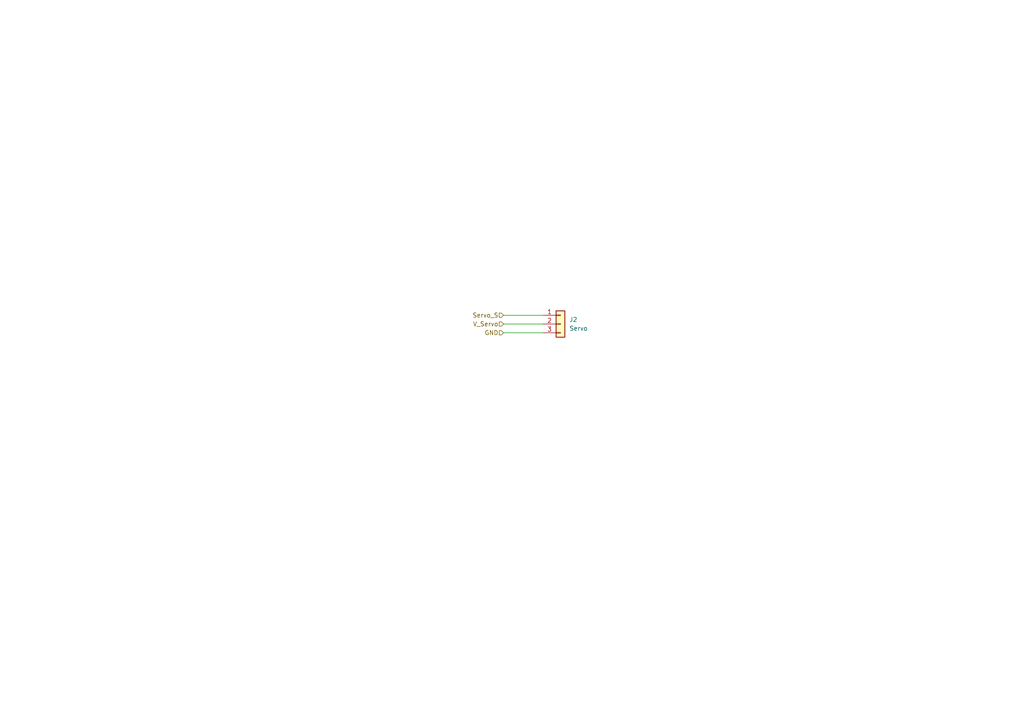
<source format=kicad_sch>
(kicad_sch (version 20250114) (generator "eeschema") (generator_version "9.0")
  (paper "A4")
  (lib_symbols
    (symbol "Connector_Generic:Conn_01x03" (pin_names (offset 1.016) (hide yes))
      (property "Reference" "J" (at 0 5.08 0))
      (property "Value" "Conn_01x03" (at 0 -5.08 0))
      (symbol "Conn_01x03_1_1"
        (rectangle (start -1.27 3.81) (end 1.27 -3.81) (stroke (width 0.254)) (fill (type background)))
        (rectangle (start -1.27 2.667) (end 0 2.413) (stroke (width 0.1524)))
        (rectangle (start -1.27 0.127) (end 0 -0.127) (stroke (width 0.1524)))
        (rectangle (start -1.27 -2.413) (end 0 -2.667) (stroke (width 0.1524)))
        (pin passive line (at -5.08 2.54 0) (length 3.81) (name "Pin_1") (number "1"))
        (pin passive line (at -5.08 0 0) (length 3.81) (name "Pin_2") (number "2"))
        (pin passive line (at -5.08 -2.54 0) (length 3.81) (name "Pin_3") (number "3"))
      )
    )
  )
  (wire (pts (xy 146.05 96.52) (xy 157.48 96.52)))
  (wire (pts (xy 146.05 91.44) (xy 157.48 91.44)))
  (wire (pts (xy 146.05 93.98) (xy 157.48 93.98)))
  (hierarchical_label "Servo_S" (shape input) (at 146.05 91.44 180))
  (hierarchical_label "GND" (shape input) (at 146.05 96.52 180))
  (hierarchical_label "V_Servo" (shape input) (at 146.05 93.98 180))
  (symbol (lib_id "Connector_Generic:Conn_01x03") (at 162.56 93.98 0) (unit 1)
    (property "Reference" "J2" (at 165.1 92.7099 0) (effects (justify left)))
    (property "Value" "Servo" (at 165.1 95.2499 0) (effects (justify left)))
    (property "Description" "Generic connector, single row, 01x03, script generated (kicad-library-utils/schlib/autogen/connector/)" (effects (hide yes)))
  )
)
</source>
